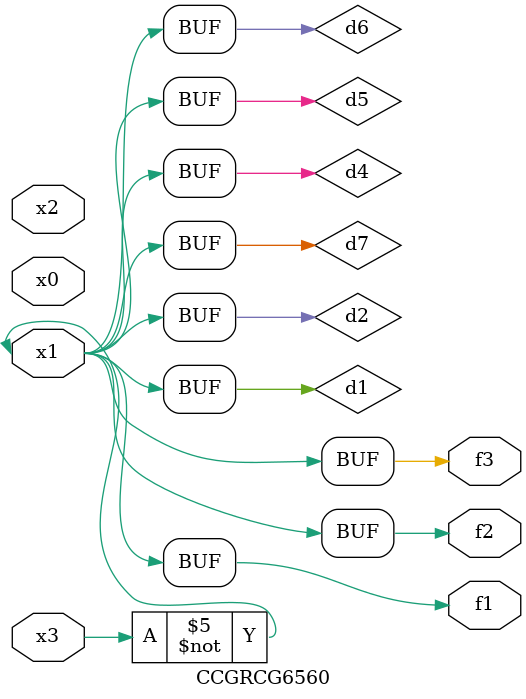
<source format=v>
module CCGRCG6560(
	input x0, x1, x2, x3,
	output f1, f2, f3
);

	wire d1, d2, d3, d4, d5, d6, d7;

	not (d1, x3);
	buf (d2, x1);
	xnor (d3, d1, d2);
	nor (d4, d1);
	buf (d5, d1, d2);
	buf (d6, d4, d5);
	nand (d7, d4);
	assign f1 = d6;
	assign f2 = d7;
	assign f3 = d6;
endmodule

</source>
